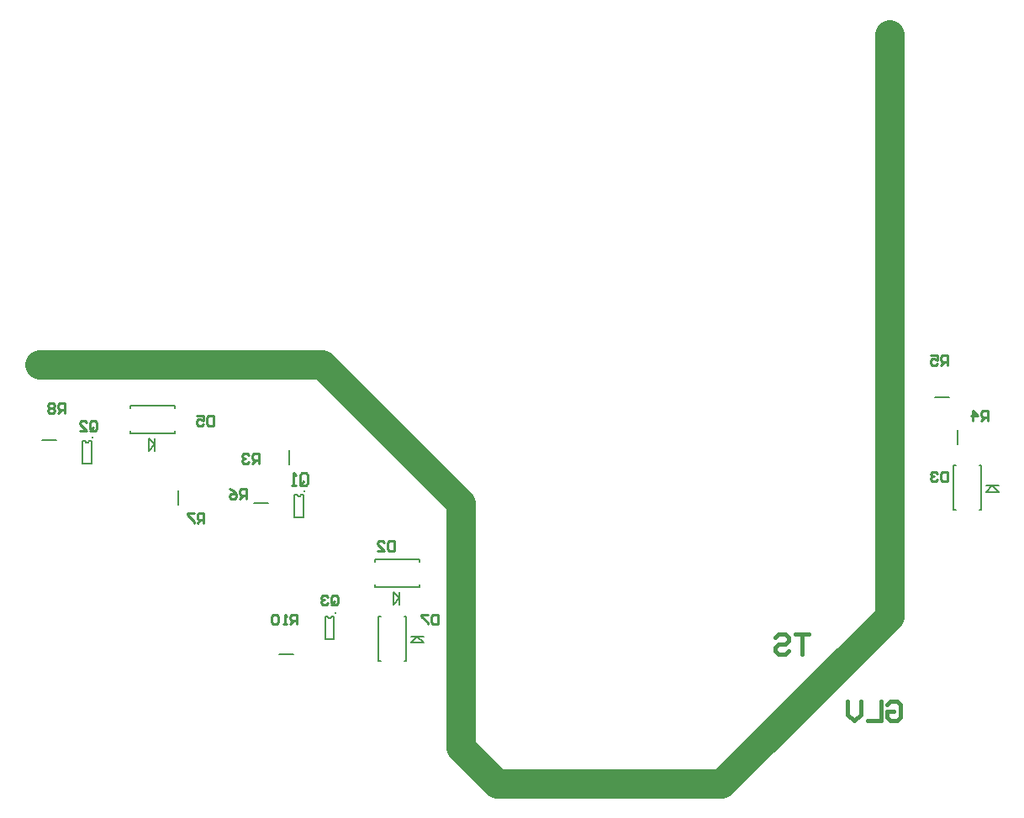
<source format=gbo>
G04*
G04 #@! TF.GenerationSoftware,Altium Limited,Altium Designer,19.0.10 (269)*
G04*
G04 Layer_Color=32896*
%FSLAX25Y25*%
%MOIN*%
G70*
G01*
G75*
%ADD10C,0.01000*%
%ADD11C,0.00787*%
%ADD12C,0.11811*%
%ADD15C,0.01500*%
%ADD49C,0.00787*%
D10*
X137676Y115056D02*
Y117680D01*
X138332Y118336D01*
X139644D01*
X140300Y117680D01*
Y115056D01*
X139644Y114400D01*
X138332D01*
X138988Y115712D02*
X137676Y114400D01*
X138332D02*
X137676Y115056D01*
X136364Y117680D02*
X135708Y118336D01*
X134396D01*
X133740Y117680D01*
Y117024D01*
X134396Y116368D01*
X135052D01*
X134396D01*
X133740Y115712D01*
Y115056D01*
X134396Y114400D01*
X135708D01*
X136364Y115056D01*
X42076Y184256D02*
Y186880D01*
X42732Y187536D01*
X44044D01*
X44700Y186880D01*
Y184256D01*
X44044Y183600D01*
X42732D01*
X43388Y184912D02*
X42076Y183600D01*
X42732D02*
X42076Y184256D01*
X38140Y183600D02*
X40764D01*
X38140Y186224D01*
Y186880D01*
X38796Y187536D01*
X40108D01*
X40764Y186880D01*
X125259Y162787D02*
Y165936D01*
X126047Y166723D01*
X127621D01*
X128408Y165936D01*
Y162787D01*
X127621Y162000D01*
X126047D01*
X126834Y163574D02*
X125259Y162000D01*
X126047D02*
X125259Y162787D01*
X123685Y162000D02*
X122111D01*
X122898D01*
Y166723D01*
X123685Y165936D01*
X124000Y106746D02*
Y110681D01*
X122032D01*
X121376Y110025D01*
Y108713D01*
X122032Y108057D01*
X124000D01*
X122688D02*
X121376Y106746D01*
X120064D02*
X118752D01*
X119408D01*
Y110681D01*
X120064Y110025D01*
X116785D02*
X116129Y110681D01*
X114817D01*
X114161Y110025D01*
Y107402D01*
X114817Y106746D01*
X116129D01*
X116785Y107402D01*
Y110025D01*
X32000Y190501D02*
Y194437D01*
X30032D01*
X29376Y193781D01*
Y192469D01*
X30032Y191813D01*
X32000D01*
X30688D02*
X29376Y190501D01*
X28064Y193781D02*
X27408Y194437D01*
X26096D01*
X25440Y193781D01*
Y193125D01*
X26096Y192469D01*
X25440Y191813D01*
Y191157D01*
X26096Y190501D01*
X27408D01*
X28064Y191157D01*
Y191813D01*
X27408Y192469D01*
X28064Y193125D01*
Y193781D01*
X27408Y192469D02*
X26096D01*
X87217Y146862D02*
Y150797D01*
X85249D01*
X84593Y150141D01*
Y148829D01*
X85249Y148173D01*
X87217D01*
X85905D02*
X84593Y146862D01*
X83281Y150797D02*
X80657D01*
Y150141D01*
X83281Y147518D01*
Y146862D01*
X104000Y156501D02*
Y160437D01*
X102032D01*
X101376Y159781D01*
Y158469D01*
X102032Y157813D01*
X104000D01*
X102688D02*
X101376Y156501D01*
X97440Y160437D02*
X98752Y159781D01*
X100064Y158469D01*
Y157158D01*
X99408Y156501D01*
X98096D01*
X97440Y157158D01*
Y157813D01*
X98096Y158469D01*
X100064D01*
X382000Y209502D02*
Y213437D01*
X380032D01*
X379376Y212781D01*
Y211469D01*
X380032Y210813D01*
X382000D01*
X380688D02*
X379376Y209502D01*
X375441Y213437D02*
X378064D01*
Y211469D01*
X376752Y212125D01*
X376096D01*
X375441Y211469D01*
Y210157D01*
X376096Y209502D01*
X377408D01*
X378064Y210157D01*
X398000Y187502D02*
Y191437D01*
X396032D01*
X395376Y190781D01*
Y189469D01*
X396032Y188813D01*
X398000D01*
X396688D02*
X395376Y187502D01*
X392096D02*
Y191437D01*
X394064Y189469D01*
X391441D01*
X108953Y170501D02*
Y174437D01*
X106985D01*
X106329Y173781D01*
Y172469D01*
X106985Y171813D01*
X108953D01*
X107641D02*
X106329Y170501D01*
X105017Y173781D02*
X104361Y174437D01*
X103049D01*
X102393Y173781D01*
Y173125D01*
X103049Y172469D01*
X103705D01*
X103049D01*
X102393Y171813D01*
Y171158D01*
X103049Y170501D01*
X104361D01*
X105017Y171158D01*
X180000Y110681D02*
Y106746D01*
X178032D01*
X177376Y107402D01*
Y110025D01*
X178032Y110681D01*
X180000D01*
X176064D02*
X173441D01*
Y110025D01*
X176064Y107402D01*
Y106746D01*
X91000Y189437D02*
Y185502D01*
X89032D01*
X88376Y186158D01*
Y188781D01*
X89032Y189437D01*
X91000D01*
X84440D02*
X87064D01*
Y187469D01*
X85752Y188125D01*
X85096D01*
X84440Y187469D01*
Y186158D01*
X85096Y185502D01*
X86408D01*
X87064Y186158D01*
X382000Y167343D02*
Y163407D01*
X380032D01*
X379376Y164063D01*
Y166687D01*
X380032Y167343D01*
X382000D01*
X378064Y166687D02*
X377408Y167343D01*
X376096D01*
X375441Y166687D01*
Y166031D01*
X376096Y165375D01*
X376752D01*
X376096D01*
X375441Y164719D01*
Y164063D01*
X376096Y163407D01*
X377408D01*
X378064Y164063D01*
X162607Y139937D02*
Y136002D01*
X160639D01*
X159983Y136658D01*
Y139281D01*
X160639Y139937D01*
X162607D01*
X156047Y136002D02*
X158671D01*
X156047Y138625D01*
Y139281D01*
X156703Y139937D01*
X158015D01*
X158671Y139281D01*
D11*
X136331Y109941D02*
G03*
X137906Y109941I787J0D01*
G01*
X40213Y179528D02*
G03*
X41787Y179528I787J0D01*
G01*
X124213Y158229D02*
G03*
X125787Y158229I787J0D01*
G01*
X137906Y109941D02*
X138890D01*
X135346D02*
X136331D01*
X138890Y100886D02*
Y109941D01*
X135346Y100886D02*
X138890D01*
X135346D02*
Y109941D01*
X41787Y179528D02*
X42772D01*
X39228D02*
X40213D01*
X42772Y170472D02*
Y179528D01*
X39228Y170472D02*
X42772D01*
X39228D02*
Y179528D01*
X123228Y149174D02*
Y158229D01*
Y149174D02*
X126772D01*
Y158229D01*
X123228D02*
X124213D01*
X125787D02*
X126772D01*
X77000Y154244D02*
Y159756D01*
X169358Y99393D02*
X174358D01*
X169358D02*
X171858Y101893D01*
X174358Y99393D01*
X169358Y101893D02*
X174358D01*
X167512Y92142D02*
Y109858D01*
X156488Y92142D02*
Y109858D01*
X166626Y92142D02*
X167512D01*
X166626Y109858D02*
X167512D01*
X156488Y92142D02*
X157374D01*
X156488Y109858D02*
X157374D01*
X117244Y95000D02*
X122756D01*
X107244Y155000D02*
X112756D01*
X120953Y170244D02*
Y175756D01*
X377244Y197000D02*
X382756D01*
X386000Y178244D02*
Y183756D01*
X397358Y159299D02*
X402358D01*
X397358D02*
X399858Y161799D01*
X402358Y159299D01*
X397358Y161799D02*
X402358D01*
X395512Y152047D02*
Y169764D01*
X384488Y152047D02*
Y169764D01*
X394626Y152047D02*
X395512D01*
X394626Y169764D02*
X395512D01*
X384488Y152047D02*
X385374D01*
X384488Y169764D02*
X385374D01*
X162393Y114642D02*
Y119642D01*
X164893Y117142D01*
X162393Y114642D02*
X164893Y117142D01*
Y114642D02*
Y119642D01*
X155142Y121488D02*
X172858D01*
X155142Y132512D02*
X172858D01*
X155142Y121488D02*
Y122374D01*
X172858Y121488D02*
Y122374D01*
X155142Y131626D02*
Y132512D01*
X172858Y131626D02*
Y132512D01*
X65393Y175642D02*
Y180642D01*
X67893Y178142D01*
X65393Y175642D02*
X67893Y178142D01*
Y175642D02*
Y180642D01*
X58142Y182488D02*
X75858D01*
X58142Y193512D02*
X75858D01*
X58142Y182488D02*
Y183374D01*
X75858Y182488D02*
Y183374D01*
X58142Y192626D02*
Y193512D01*
X75858Y192626D02*
Y193512D01*
X23244Y180000D02*
X28756D01*
D12*
X359000Y110000D02*
X359000Y341000D01*
X292500Y43500D02*
X359000Y110000D01*
X189000Y58000D02*
X203500Y43500D01*
X189000Y58000D02*
Y76250D01*
X134000Y210000D02*
X189000Y155000D01*
Y76250D02*
Y155000D01*
X203500Y43500D02*
X292500Y43500D01*
X22000Y210000D02*
X94000Y210000D01*
X134000D01*
D15*
X358252Y74960D02*
X359564Y76271D01*
X362188D01*
X363500Y74960D01*
Y69712D01*
X362188Y68400D01*
X359564D01*
X358252Y69712D01*
Y72336D01*
X360876D01*
X355628Y76271D02*
Y68400D01*
X350381D01*
X347757Y76271D02*
Y71024D01*
X345133Y68400D01*
X342509Y71024D01*
Y76271D01*
X327000Y102872D02*
X321752D01*
X324376D01*
Y95000D01*
X313881Y101560D02*
X315193Y102872D01*
X317817D01*
X319128Y101560D01*
Y100248D01*
X317817Y98936D01*
X315193D01*
X313881Y97624D01*
Y96312D01*
X315193Y95000D01*
X317817D01*
X319128Y96312D01*
D49*
X139284Y111319D02*
D03*
X43165Y180905D02*
D03*
X127165Y159607D02*
D03*
M02*

</source>
